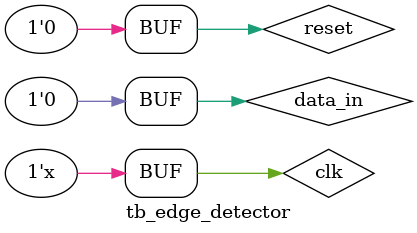
<source format=v>
`timescale 1ns / 1ps


module tb_edge_detector();
reg clk, reset, data_in;
wire edge_out;
always #5 clk = ~clk;
initial
begin
clk = 0;
reset = 1;
data_in = 0;
#4;
#20 reset = 0;
#30 data_in = 1;
#40 data_in = 0;
#30 data_in = 1;
#40 data_in = 0;
#30 data_in = 1;
#40 data_in = 0;
#30 data_in = 1;
#40 data_in = 0;
end
edge_detector dut(
.clk(clk),
.reset(reset),
.data_in(data_in),
.edge_out(edge_out));

endmodule

</source>
